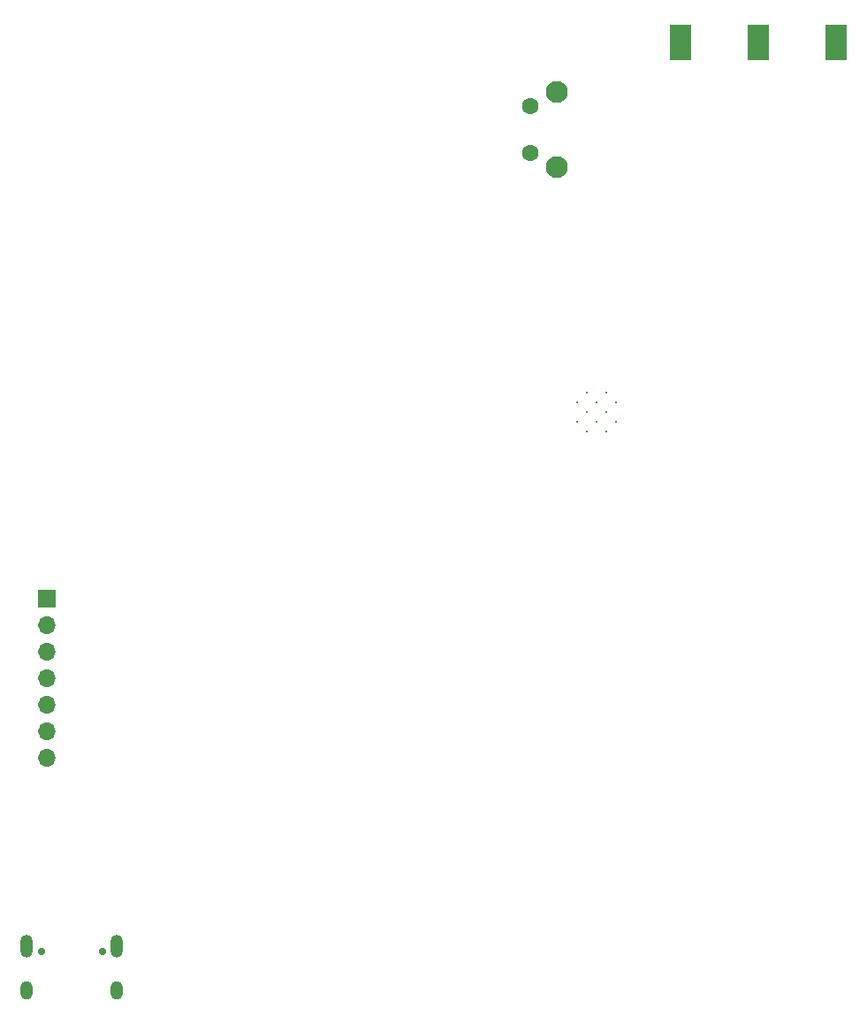
<source format=gbr>
%TF.GenerationSoftware,KiCad,Pcbnew,(6.0.4-0)*%
%TF.CreationDate,2022-05-04T17:09:46+02:00*%
%TF.ProjectId,GlowTube,476c6f77-5475-4626-952e-6b696361645f,rev?*%
%TF.SameCoordinates,Original*%
%TF.FileFunction,Soldermask,Bot*%
%TF.FilePolarity,Negative*%
%FSLAX46Y46*%
G04 Gerber Fmt 4.6, Leading zero omitted, Abs format (unit mm)*
G04 Created by KiCad (PCBNEW (6.0.4-0)) date 2022-05-04 17:09:46*
%MOMM*%
%LPD*%
G01*
G04 APERTURE LIST*
%ADD10C,0.300000*%
%ADD11R,1.700000X1.700000*%
%ADD12O,1.700000X1.700000*%
%ADD13C,1.600000*%
%ADD14C,2.100000*%
%ADD15C,0.700000*%
%ADD16O,1.200000X2.200000*%
%ADD17O,1.200000X1.800000*%
%ADD18R,2.000000X3.500000*%
G04 APERTURE END LIST*
D10*
%TO.C,U2*%
X144005000Y-117142500D03*
X144005000Y-118977500D03*
X143087500Y-116225000D03*
X143087500Y-118060000D03*
X143087500Y-119895000D03*
X142170000Y-117142500D03*
X142170000Y-118977500D03*
X141252500Y-116225000D03*
X141252500Y-118060000D03*
X141252500Y-119895000D03*
X140335000Y-117142500D03*
X140335000Y-118977500D03*
%TD*%
D11*
%TO.C,J1*%
X89540000Y-135960000D03*
D12*
X89540000Y-138500000D03*
X89540000Y-141040000D03*
X89540000Y-143580000D03*
X89540000Y-146120000D03*
X89540000Y-148660000D03*
X89540000Y-151200000D03*
%TD*%
D13*
%TO.C,C12*%
X135845044Y-88770064D03*
X135845044Y-93269936D03*
D14*
X138344917Y-87420051D03*
X138344917Y-94619949D03*
%TD*%
D15*
%TO.C,USB1*%
X89020000Y-169740000D03*
X94800000Y-169740000D03*
D16*
X87590000Y-169240000D03*
D17*
X87590000Y-173420000D03*
X96230000Y-173420000D03*
D16*
X96230000Y-169240000D03*
%TD*%
D18*
%TO.C,P6*%
X157680000Y-82710000D03*
%TD*%
%TO.C,P5*%
X165096200Y-82710000D03*
%TD*%
%TO.C,P4*%
X150206200Y-82710000D03*
%TD*%
M02*

</source>
